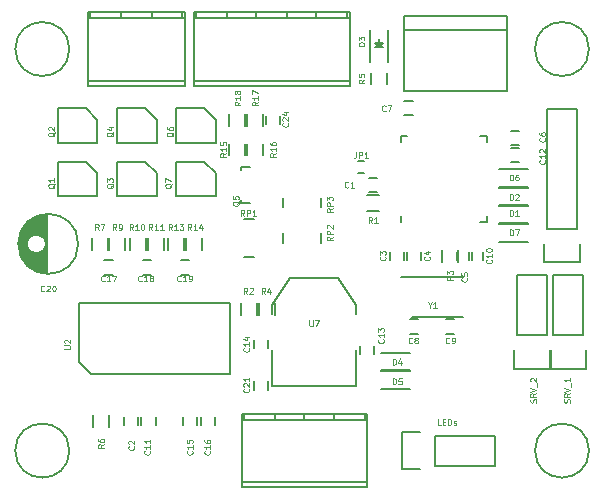
<source format=gbr>
G04 #@! TF.FileFunction,Legend,Top*
%FSLAX46Y46*%
G04 Gerber Fmt 4.6, Leading zero omitted, Abs format (unit mm)*
G04 Created by KiCad (PCBNEW 4.0.5) date Wed Jan 11 13:55:51 2017*
%MOMM*%
%LPD*%
G01*
G04 APERTURE LIST*
%ADD10C,0.100000*%
%ADD11C,0.150000*%
%ADD12C,0.125000*%
G04 APERTURE END LIST*
D10*
D11*
X142350900Y-50182540D02*
X133650900Y-50182540D01*
X142350900Y-56587540D02*
X133650900Y-56587540D01*
X133650900Y-56587540D02*
X133650900Y-50182540D01*
X133650900Y-51412540D02*
X142350900Y-51412540D01*
X142350900Y-50182540D02*
X142350900Y-56587540D01*
X133375000Y-60375000D02*
X133900000Y-60375000D01*
X140625000Y-67625000D02*
X140100000Y-67625000D01*
X140625000Y-60375000D02*
X140100000Y-60375000D01*
X133375000Y-67625000D02*
X133375000Y-67100000D01*
X140625000Y-67625000D02*
X140625000Y-67100000D01*
X140625000Y-60375000D02*
X140625000Y-60900000D01*
X133375000Y-60375000D02*
X133375000Y-60900000D01*
X118620160Y-50399040D02*
X118620160Y-49901200D01*
X115821080Y-49901200D02*
X129018920Y-49901200D01*
X129018920Y-50399040D02*
X115821080Y-50399040D01*
X129018920Y-55700020D02*
X115821080Y-55700020D01*
X115821080Y-56098800D02*
X129018920Y-56098800D01*
X121122060Y-50399040D02*
X121122060Y-49901200D01*
X123720480Y-50399040D02*
X123720480Y-49901200D01*
X128818260Y-49901200D02*
X128818260Y-50399040D01*
X116021740Y-50399040D02*
X116021740Y-49901200D01*
X126217300Y-49901200D02*
X126217300Y-50399040D01*
X115823620Y-49901200D02*
X115823620Y-56098800D01*
X129016380Y-56098800D02*
X129016380Y-49901200D01*
X120900000Y-70625000D02*
X120100000Y-70625000D01*
X120900000Y-67375000D02*
X120100000Y-67375000D01*
X148270000Y-68230000D02*
X148270000Y-58070000D01*
X148270000Y-58070000D02*
X145730000Y-58070000D01*
X145730000Y-58070000D02*
X145730000Y-68230000D01*
X148550000Y-71050000D02*
X148550000Y-69500000D01*
X148270000Y-68230000D02*
X145730000Y-68230000D01*
X145450000Y-69500000D02*
X145450000Y-71050000D01*
X145450000Y-71050000D02*
X148550000Y-71050000D01*
X123375000Y-66400000D02*
X123375000Y-65600000D01*
X126625000Y-66400000D02*
X126625000Y-65600000D01*
X107100000Y-80525000D02*
X106100000Y-79525000D01*
X106100000Y-79525000D02*
X106100000Y-74475000D01*
X106100000Y-74475000D02*
X118900000Y-74475000D01*
X118900000Y-80525000D02*
X118900000Y-74475000D01*
X118900000Y-80525000D02*
X107100000Y-80525000D01*
X111675000Y-62530000D02*
X112675000Y-63530000D01*
X112675000Y-63530000D02*
X112675000Y-65470000D01*
X112675000Y-65470000D02*
X109325000Y-65470000D01*
X109325000Y-62530000D02*
X109325000Y-65470000D01*
X109325000Y-62530000D02*
X111675000Y-62530000D01*
X105286000Y-53000000D02*
G75*
G03X105286000Y-53000000I-2286000J0D01*
G01*
X105286000Y-87000000D02*
G75*
G03X105286000Y-87000000I-2286000J0D01*
G01*
X149286000Y-87000000D02*
G75*
G03X149286000Y-87000000I-2286000J0D01*
G01*
X149286000Y-53000000D02*
G75*
G03X149286000Y-53000000I-2286000J0D01*
G01*
X131350000Y-65100000D02*
X130650000Y-65100000D01*
X130650000Y-63900000D02*
X131350000Y-63900000D01*
X111400000Y-84850000D02*
X111400000Y-84150000D01*
X112600000Y-84150000D02*
X112600000Y-84850000D01*
X133600000Y-70150000D02*
X133600000Y-70850000D01*
X132400000Y-70850000D02*
X132400000Y-70150000D01*
X135100000Y-70150000D02*
X135100000Y-70850000D01*
X133900000Y-70850000D02*
X133900000Y-70150000D01*
X139350000Y-70150000D02*
X139350000Y-70850000D01*
X138150000Y-70850000D02*
X138150000Y-70150000D01*
X142650000Y-59900000D02*
X143350000Y-59900000D01*
X143350000Y-61100000D02*
X142650000Y-61100000D01*
X133650000Y-57400000D02*
X134350000Y-57400000D01*
X134350000Y-58600000D02*
X133650000Y-58600000D01*
X134150000Y-75900000D02*
X134850000Y-75900000D01*
X134850000Y-77100000D02*
X134150000Y-77100000D01*
X137850000Y-77100000D02*
X137150000Y-77100000D01*
X137150000Y-75900000D02*
X137850000Y-75900000D01*
X140350000Y-70150000D02*
X140350000Y-70850000D01*
X139150000Y-70850000D02*
X139150000Y-70150000D01*
X111100000Y-84150000D02*
X111100000Y-84850000D01*
X109900000Y-84850000D02*
X109900000Y-84150000D01*
X142650000Y-61400000D02*
X143350000Y-61400000D01*
X143350000Y-62600000D02*
X142650000Y-62600000D01*
X129900000Y-78850000D02*
X129900000Y-78150000D01*
X131100000Y-78150000D02*
X131100000Y-78850000D01*
X122100000Y-77650000D02*
X122100000Y-78350000D01*
X120900000Y-78350000D02*
X120900000Y-77650000D01*
X116100000Y-84150000D02*
X116100000Y-84850000D01*
X114900000Y-84850000D02*
X114900000Y-84150000D01*
X117600000Y-84150000D02*
X117600000Y-84850000D01*
X116400000Y-84850000D02*
X116400000Y-84150000D01*
X108950000Y-72100000D02*
X108250000Y-72100000D01*
X108250000Y-70900000D02*
X108950000Y-70900000D01*
X112200000Y-72100000D02*
X111500000Y-72100000D01*
X111500000Y-70900000D02*
X112200000Y-70900000D01*
X115450000Y-72100000D02*
X114750000Y-72100000D01*
X114750000Y-70900000D02*
X115450000Y-70900000D01*
X120900000Y-81850000D02*
X120900000Y-81150000D01*
X122100000Y-81150000D02*
X122100000Y-81850000D01*
X123100000Y-58650000D02*
X123100000Y-59350000D01*
X121900000Y-59350000D02*
X121900000Y-58650000D01*
X141700000Y-67800000D02*
X144100000Y-67800000D01*
X141700000Y-66200000D02*
X144100000Y-66200000D01*
X141700000Y-66300000D02*
X144100000Y-66300000D01*
X141700000Y-64700000D02*
X144100000Y-64700000D01*
X132250000Y-54100000D02*
X132250000Y-51400000D01*
X130750000Y-54100000D02*
X130750000Y-51400000D01*
X131650000Y-52600000D02*
X131400000Y-52600000D01*
X131400000Y-52600000D02*
X131550000Y-52750000D01*
X131150000Y-52850000D02*
X131850000Y-52850000D01*
X131500000Y-52500000D02*
X131500000Y-52150000D01*
X131500000Y-52850000D02*
X131150000Y-52500000D01*
X131150000Y-52500000D02*
X131850000Y-52500000D01*
X131850000Y-52500000D02*
X131500000Y-52850000D01*
X131700000Y-80300000D02*
X134100000Y-80300000D01*
X131700000Y-78700000D02*
X134100000Y-78700000D01*
X131700000Y-81800000D02*
X134100000Y-81800000D01*
X131700000Y-80200000D02*
X134100000Y-80200000D01*
X141700000Y-64800000D02*
X144100000Y-64800000D01*
X141700000Y-63200000D02*
X144100000Y-63200000D01*
X130250000Y-62475000D02*
X129750000Y-62475000D01*
X129750000Y-63525000D02*
X130250000Y-63525000D01*
X136270000Y-88270000D02*
X141350000Y-88270000D01*
X141350000Y-88270000D02*
X141350000Y-85730000D01*
X141350000Y-85730000D02*
X136270000Y-85730000D01*
X133450000Y-85450000D02*
X135000000Y-85450000D01*
X136270000Y-85730000D02*
X136270000Y-88270000D01*
X135000000Y-88550000D02*
X133450000Y-88550000D01*
X133450000Y-88550000D02*
X133450000Y-85450000D01*
X145770000Y-77230000D02*
X145770000Y-72150000D01*
X145770000Y-72150000D02*
X143230000Y-72150000D01*
X143230000Y-72150000D02*
X143230000Y-77230000D01*
X142950000Y-80050000D02*
X142950000Y-78500000D01*
X143230000Y-77230000D02*
X145770000Y-77230000D01*
X146050000Y-78500000D02*
X146050000Y-80050000D01*
X146050000Y-80050000D02*
X142950000Y-80050000D01*
X148770000Y-77230000D02*
X148770000Y-72150000D01*
X148770000Y-72150000D02*
X146230000Y-72150000D01*
X146230000Y-72150000D02*
X146230000Y-77230000D01*
X145950000Y-80050000D02*
X145950000Y-78500000D01*
X146230000Y-77230000D02*
X148770000Y-77230000D01*
X149050000Y-78500000D02*
X149050000Y-80050000D01*
X149050000Y-80050000D02*
X145950000Y-80050000D01*
X106675000Y-62530000D02*
X107675000Y-63530000D01*
X107675000Y-63530000D02*
X107675000Y-65470000D01*
X107675000Y-65470000D02*
X104325000Y-65470000D01*
X104325000Y-62530000D02*
X104325000Y-65470000D01*
X104325000Y-62530000D02*
X106675000Y-62530000D01*
X106675000Y-58030000D02*
X107675000Y-59030000D01*
X107675000Y-59030000D02*
X107675000Y-60970000D01*
X107675000Y-60970000D02*
X104325000Y-60970000D01*
X104325000Y-58030000D02*
X104325000Y-60970000D01*
X104325000Y-58030000D02*
X106675000Y-58030000D01*
X111675000Y-58030000D02*
X112675000Y-59030000D01*
X112675000Y-59030000D02*
X112675000Y-60970000D01*
X112675000Y-60970000D02*
X109325000Y-60970000D01*
X109325000Y-58030000D02*
X109325000Y-60970000D01*
X109325000Y-58030000D02*
X111675000Y-58030000D01*
X116675000Y-62530000D02*
X117675000Y-63530000D01*
X117675000Y-63530000D02*
X117675000Y-65470000D01*
X117675000Y-65470000D02*
X114325000Y-65470000D01*
X114325000Y-62530000D02*
X114325000Y-65470000D01*
X114325000Y-62530000D02*
X116675000Y-62530000D01*
X116675000Y-58030000D02*
X117675000Y-59030000D01*
X117675000Y-59030000D02*
X117675000Y-60970000D01*
X117675000Y-60970000D02*
X114325000Y-60970000D01*
X114325000Y-58030000D02*
X114325000Y-60970000D01*
X114325000Y-58030000D02*
X116675000Y-58030000D01*
X119849760Y-63200840D02*
X119849760Y-63249100D01*
X120550800Y-65999820D02*
X119849760Y-65999820D01*
X119849760Y-65999820D02*
X119849760Y-65750900D01*
X119849760Y-63200840D02*
X119849760Y-63000180D01*
X119849760Y-63000180D02*
X120550800Y-63000180D01*
X130500000Y-65325000D02*
X131500000Y-65325000D01*
X131500000Y-66675000D02*
X130500000Y-66675000D01*
X121175000Y-74500000D02*
X121175000Y-75500000D01*
X119825000Y-75500000D02*
X119825000Y-74500000D01*
X136825000Y-71000000D02*
X136825000Y-70000000D01*
X138175000Y-70000000D02*
X138175000Y-71000000D01*
X122675000Y-74500000D02*
X122675000Y-75500000D01*
X121325000Y-75500000D02*
X121325000Y-74500000D01*
X130825000Y-56000000D02*
X130825000Y-55000000D01*
X132175000Y-55000000D02*
X132175000Y-56000000D01*
X107325000Y-85000000D02*
X107325000Y-84000000D01*
X108675000Y-84000000D02*
X108675000Y-85000000D01*
X107175000Y-70000000D02*
X107175000Y-69000000D01*
X108525000Y-69000000D02*
X108525000Y-70000000D01*
X108675000Y-70000000D02*
X108675000Y-69000000D01*
X110025000Y-69000000D02*
X110025000Y-70000000D01*
X110425000Y-70000000D02*
X110425000Y-69000000D01*
X111775000Y-69000000D02*
X111775000Y-70000000D01*
X111925000Y-70000000D02*
X111925000Y-69000000D01*
X113275000Y-69000000D02*
X113275000Y-70000000D01*
X113675000Y-70000000D02*
X113675000Y-69000000D01*
X115025000Y-69000000D02*
X115025000Y-70000000D01*
X115175000Y-70000000D02*
X115175000Y-69000000D01*
X116525000Y-69000000D02*
X116525000Y-70000000D01*
X121675000Y-61000000D02*
X121675000Y-62000000D01*
X120325000Y-62000000D02*
X120325000Y-61000000D01*
X118825000Y-62000000D02*
X118825000Y-61000000D01*
X120175000Y-61000000D02*
X120175000Y-62000000D01*
X120325000Y-59500000D02*
X120325000Y-58500000D01*
X121675000Y-58500000D02*
X121675000Y-59500000D01*
X118825000Y-59500000D02*
X118825000Y-58500000D01*
X120175000Y-58500000D02*
X120175000Y-59500000D01*
X123375000Y-69400000D02*
X123375000Y-68600000D01*
X126625000Y-69400000D02*
X126625000Y-68600000D01*
X122444000Y-78524000D02*
X122444000Y-81572000D01*
X122444000Y-81572000D02*
X129556000Y-81572000D01*
X129556000Y-81572000D02*
X129556000Y-78524000D01*
X122444000Y-75476000D02*
X122444000Y-74714000D01*
X122444000Y-74714000D02*
X123968000Y-72428000D01*
X123968000Y-72428000D02*
X128032000Y-72428000D01*
X128032000Y-72428000D02*
X129556000Y-74714000D01*
X129556000Y-74714000D02*
X129556000Y-75476000D01*
X138600000Y-75700000D02*
X134300000Y-75700000D01*
X133350000Y-72300000D02*
X138600000Y-72300000D01*
X106860440Y-56098800D02*
X115059560Y-56098800D01*
X106860440Y-55700020D02*
X115059560Y-55700020D01*
X106860440Y-50399040D02*
X115059560Y-50399040D01*
X115059560Y-49901200D02*
X106860440Y-49901200D01*
X109659520Y-50399040D02*
X109659520Y-49901200D01*
X114858900Y-49901200D02*
X114858900Y-50399040D01*
X107058560Y-50399040D02*
X107058560Y-49901200D01*
X112257940Y-49901200D02*
X112257940Y-50399040D01*
X106860440Y-49901200D02*
X106860440Y-56098800D01*
X115057020Y-56098800D02*
X115057020Y-49901200D01*
X119889020Y-90098800D02*
X130490980Y-90098800D01*
X130490980Y-89700020D02*
X119889020Y-89700020D01*
X130490980Y-84399040D02*
X119889020Y-84399040D01*
X119889020Y-83901200D02*
X130490980Y-83901200D01*
X122693180Y-84399040D02*
X122693180Y-83901200D01*
X125190000Y-84399040D02*
X125190000Y-83901200D01*
X130287780Y-83901200D02*
X130287780Y-84399040D01*
X120089680Y-84399040D02*
X120089680Y-83901200D01*
X127686820Y-83901200D02*
X127686820Y-84399040D01*
X119891560Y-83901200D02*
X119891560Y-90098800D01*
X130485900Y-90098800D02*
X130485900Y-83901200D01*
X103425000Y-71999000D02*
X103425000Y-67001000D01*
X103285000Y-71991000D02*
X103285000Y-69654000D01*
X103285000Y-69346000D02*
X103285000Y-67009000D01*
X103145000Y-71975000D02*
X103145000Y-69973000D01*
X103145000Y-69027000D02*
X103145000Y-67025000D01*
X103005000Y-71951000D02*
X103005000Y-70120000D01*
X103005000Y-68880000D02*
X103005000Y-67049000D01*
X102865000Y-71918000D02*
X102865000Y-70212000D01*
X102865000Y-68788000D02*
X102865000Y-67082000D01*
X102725000Y-71877000D02*
X102725000Y-70268000D01*
X102725000Y-68732000D02*
X102725000Y-67123000D01*
X102585000Y-71827000D02*
X102585000Y-70295000D01*
X102585000Y-68705000D02*
X102585000Y-67173000D01*
X102445000Y-71766000D02*
X102445000Y-70298000D01*
X102445000Y-68702000D02*
X102445000Y-67234000D01*
X102305000Y-71696000D02*
X102305000Y-70276000D01*
X102305000Y-68724000D02*
X102305000Y-67304000D01*
X102165000Y-71614000D02*
X102165000Y-70226000D01*
X102165000Y-68774000D02*
X102165000Y-67386000D01*
X102025000Y-71519000D02*
X102025000Y-70144000D01*
X102025000Y-68856000D02*
X102025000Y-67481000D01*
X101885000Y-71408000D02*
X101885000Y-70012000D01*
X101885000Y-68988000D02*
X101885000Y-67592000D01*
X101745000Y-71280000D02*
X101745000Y-69765000D01*
X101745000Y-69235000D02*
X101745000Y-67720000D01*
X101605000Y-71131000D02*
X101605000Y-67869000D01*
X101465000Y-70952000D02*
X101465000Y-68048000D01*
X101325000Y-70733000D02*
X101325000Y-68267000D01*
X101185000Y-70444000D02*
X101185000Y-68556000D01*
X101045000Y-69972000D02*
X101045000Y-69028000D01*
X103300000Y-69500000D02*
G75*
G03X103300000Y-69500000I-800000J0D01*
G01*
X106037500Y-69500000D02*
G75*
G03X106037500Y-69500000I-2537500J0D01*
G01*
X141700000Y-69300000D02*
X144100000Y-69300000D01*
X141700000Y-67700000D02*
X144100000Y-67700000D01*
D12*
X120116667Y-67126190D02*
X119950000Y-66888095D01*
X119830953Y-67126190D02*
X119830953Y-66626190D01*
X120021429Y-66626190D01*
X120069048Y-66650000D01*
X120092857Y-66673810D01*
X120116667Y-66721429D01*
X120116667Y-66792857D01*
X120092857Y-66840476D01*
X120069048Y-66864286D01*
X120021429Y-66888095D01*
X119830953Y-66888095D01*
X120330953Y-67126190D02*
X120330953Y-66626190D01*
X120521429Y-66626190D01*
X120569048Y-66650000D01*
X120592857Y-66673810D01*
X120616667Y-66721429D01*
X120616667Y-66792857D01*
X120592857Y-66840476D01*
X120569048Y-66864286D01*
X120521429Y-66888095D01*
X120330953Y-66888095D01*
X121092857Y-67126190D02*
X120807143Y-67126190D01*
X120950000Y-67126190D02*
X120950000Y-66626190D01*
X120902381Y-66697619D01*
X120854762Y-66745238D01*
X120807143Y-66769048D01*
X127576190Y-66483333D02*
X127338095Y-66650000D01*
X127576190Y-66769047D02*
X127076190Y-66769047D01*
X127076190Y-66578571D01*
X127100000Y-66530952D01*
X127123810Y-66507143D01*
X127171429Y-66483333D01*
X127242857Y-66483333D01*
X127290476Y-66507143D01*
X127314286Y-66530952D01*
X127338095Y-66578571D01*
X127338095Y-66769047D01*
X127576190Y-66269047D02*
X127076190Y-66269047D01*
X127076190Y-66078571D01*
X127100000Y-66030952D01*
X127123810Y-66007143D01*
X127171429Y-65983333D01*
X127242857Y-65983333D01*
X127290476Y-66007143D01*
X127314286Y-66030952D01*
X127338095Y-66078571D01*
X127338095Y-66269047D01*
X127076190Y-65816666D02*
X127076190Y-65507143D01*
X127266667Y-65673809D01*
X127266667Y-65602381D01*
X127290476Y-65554762D01*
X127314286Y-65530952D01*
X127361905Y-65507143D01*
X127480952Y-65507143D01*
X127528571Y-65530952D01*
X127552381Y-65554762D01*
X127576190Y-65602381D01*
X127576190Y-65745238D01*
X127552381Y-65792857D01*
X127528571Y-65816666D01*
X104876190Y-78380952D02*
X105280952Y-78380952D01*
X105328571Y-78357143D01*
X105352381Y-78333333D01*
X105376190Y-78285714D01*
X105376190Y-78190476D01*
X105352381Y-78142857D01*
X105328571Y-78119048D01*
X105280952Y-78095238D01*
X104876190Y-78095238D01*
X104923810Y-77880952D02*
X104900000Y-77857142D01*
X104876190Y-77809523D01*
X104876190Y-77690476D01*
X104900000Y-77642857D01*
X104923810Y-77619047D01*
X104971429Y-77595238D01*
X105019048Y-77595238D01*
X105090476Y-77619047D01*
X105376190Y-77904761D01*
X105376190Y-77595238D01*
X109023810Y-64397619D02*
X109000000Y-64445238D01*
X108952381Y-64492857D01*
X108880952Y-64564286D01*
X108857143Y-64611905D01*
X108857143Y-64659524D01*
X108976190Y-64635714D02*
X108952381Y-64683333D01*
X108904762Y-64730952D01*
X108809524Y-64754762D01*
X108642857Y-64754762D01*
X108547619Y-64730952D01*
X108500000Y-64683333D01*
X108476190Y-64635714D01*
X108476190Y-64540476D01*
X108500000Y-64492857D01*
X108547619Y-64445238D01*
X108642857Y-64421429D01*
X108809524Y-64421429D01*
X108904762Y-64445238D01*
X108952381Y-64492857D01*
X108976190Y-64540476D01*
X108976190Y-64635714D01*
X108476190Y-64254761D02*
X108476190Y-63945238D01*
X108666667Y-64111904D01*
X108666667Y-64040476D01*
X108690476Y-63992857D01*
X108714286Y-63969047D01*
X108761905Y-63945238D01*
X108880952Y-63945238D01*
X108928571Y-63969047D01*
X108952381Y-63992857D01*
X108976190Y-64040476D01*
X108976190Y-64183333D01*
X108952381Y-64230952D01*
X108928571Y-64254761D01*
X128916667Y-64678571D02*
X128892857Y-64702381D01*
X128821429Y-64726190D01*
X128773810Y-64726190D01*
X128702381Y-64702381D01*
X128654762Y-64654762D01*
X128630953Y-64607143D01*
X128607143Y-64511905D01*
X128607143Y-64440476D01*
X128630953Y-64345238D01*
X128654762Y-64297619D01*
X128702381Y-64250000D01*
X128773810Y-64226190D01*
X128821429Y-64226190D01*
X128892857Y-64250000D01*
X128916667Y-64273810D01*
X129392857Y-64726190D02*
X129107143Y-64726190D01*
X129250000Y-64726190D02*
X129250000Y-64226190D01*
X129202381Y-64297619D01*
X129154762Y-64345238D01*
X129107143Y-64369048D01*
X110728571Y-86633333D02*
X110752381Y-86657143D01*
X110776190Y-86728571D01*
X110776190Y-86776190D01*
X110752381Y-86847619D01*
X110704762Y-86895238D01*
X110657143Y-86919047D01*
X110561905Y-86942857D01*
X110490476Y-86942857D01*
X110395238Y-86919047D01*
X110347619Y-86895238D01*
X110300000Y-86847619D01*
X110276190Y-86776190D01*
X110276190Y-86728571D01*
X110300000Y-86657143D01*
X110323810Y-86633333D01*
X110323810Y-86442857D02*
X110300000Y-86419047D01*
X110276190Y-86371428D01*
X110276190Y-86252381D01*
X110300000Y-86204762D01*
X110323810Y-86180952D01*
X110371429Y-86157143D01*
X110419048Y-86157143D01*
X110490476Y-86180952D01*
X110776190Y-86466666D01*
X110776190Y-86157143D01*
X132028571Y-70583333D02*
X132052381Y-70607143D01*
X132076190Y-70678571D01*
X132076190Y-70726190D01*
X132052381Y-70797619D01*
X132004762Y-70845238D01*
X131957143Y-70869047D01*
X131861905Y-70892857D01*
X131790476Y-70892857D01*
X131695238Y-70869047D01*
X131647619Y-70845238D01*
X131600000Y-70797619D01*
X131576190Y-70726190D01*
X131576190Y-70678571D01*
X131600000Y-70607143D01*
X131623810Y-70583333D01*
X131576190Y-70416666D02*
X131576190Y-70107143D01*
X131766667Y-70273809D01*
X131766667Y-70202381D01*
X131790476Y-70154762D01*
X131814286Y-70130952D01*
X131861905Y-70107143D01*
X131980952Y-70107143D01*
X132028571Y-70130952D01*
X132052381Y-70154762D01*
X132076190Y-70202381D01*
X132076190Y-70345238D01*
X132052381Y-70392857D01*
X132028571Y-70416666D01*
X135778571Y-70583333D02*
X135802381Y-70607143D01*
X135826190Y-70678571D01*
X135826190Y-70726190D01*
X135802381Y-70797619D01*
X135754762Y-70845238D01*
X135707143Y-70869047D01*
X135611905Y-70892857D01*
X135540476Y-70892857D01*
X135445238Y-70869047D01*
X135397619Y-70845238D01*
X135350000Y-70797619D01*
X135326190Y-70726190D01*
X135326190Y-70678571D01*
X135350000Y-70607143D01*
X135373810Y-70583333D01*
X135492857Y-70154762D02*
X135826190Y-70154762D01*
X135302381Y-70273809D02*
X135659524Y-70392857D01*
X135659524Y-70083333D01*
X138928571Y-72383333D02*
X138952381Y-72407143D01*
X138976190Y-72478571D01*
X138976190Y-72526190D01*
X138952381Y-72597619D01*
X138904762Y-72645238D01*
X138857143Y-72669047D01*
X138761905Y-72692857D01*
X138690476Y-72692857D01*
X138595238Y-72669047D01*
X138547619Y-72645238D01*
X138500000Y-72597619D01*
X138476190Y-72526190D01*
X138476190Y-72478571D01*
X138500000Y-72407143D01*
X138523810Y-72383333D01*
X138476190Y-71930952D02*
X138476190Y-72169047D01*
X138714286Y-72192857D01*
X138690476Y-72169047D01*
X138666667Y-72121428D01*
X138666667Y-72002381D01*
X138690476Y-71954762D01*
X138714286Y-71930952D01*
X138761905Y-71907143D01*
X138880952Y-71907143D01*
X138928571Y-71930952D01*
X138952381Y-71954762D01*
X138976190Y-72002381D01*
X138976190Y-72121428D01*
X138952381Y-72169047D01*
X138928571Y-72192857D01*
X145528571Y-60533333D02*
X145552381Y-60557143D01*
X145576190Y-60628571D01*
X145576190Y-60676190D01*
X145552381Y-60747619D01*
X145504762Y-60795238D01*
X145457143Y-60819047D01*
X145361905Y-60842857D01*
X145290476Y-60842857D01*
X145195238Y-60819047D01*
X145147619Y-60795238D01*
X145100000Y-60747619D01*
X145076190Y-60676190D01*
X145076190Y-60628571D01*
X145100000Y-60557143D01*
X145123810Y-60533333D01*
X145076190Y-60104762D02*
X145076190Y-60200000D01*
X145100000Y-60247619D01*
X145123810Y-60271428D01*
X145195238Y-60319047D01*
X145290476Y-60342857D01*
X145480952Y-60342857D01*
X145528571Y-60319047D01*
X145552381Y-60295238D01*
X145576190Y-60247619D01*
X145576190Y-60152381D01*
X145552381Y-60104762D01*
X145528571Y-60080952D01*
X145480952Y-60057143D01*
X145361905Y-60057143D01*
X145314286Y-60080952D01*
X145290476Y-60104762D01*
X145266667Y-60152381D01*
X145266667Y-60247619D01*
X145290476Y-60295238D01*
X145314286Y-60319047D01*
X145361905Y-60342857D01*
X132066667Y-58228571D02*
X132042857Y-58252381D01*
X131971429Y-58276190D01*
X131923810Y-58276190D01*
X131852381Y-58252381D01*
X131804762Y-58204762D01*
X131780953Y-58157143D01*
X131757143Y-58061905D01*
X131757143Y-57990476D01*
X131780953Y-57895238D01*
X131804762Y-57847619D01*
X131852381Y-57800000D01*
X131923810Y-57776190D01*
X131971429Y-57776190D01*
X132042857Y-57800000D01*
X132066667Y-57823810D01*
X132233334Y-57776190D02*
X132566667Y-57776190D01*
X132352381Y-58276190D01*
X134316667Y-77878571D02*
X134292857Y-77902381D01*
X134221429Y-77926190D01*
X134173810Y-77926190D01*
X134102381Y-77902381D01*
X134054762Y-77854762D01*
X134030953Y-77807143D01*
X134007143Y-77711905D01*
X134007143Y-77640476D01*
X134030953Y-77545238D01*
X134054762Y-77497619D01*
X134102381Y-77450000D01*
X134173810Y-77426190D01*
X134221429Y-77426190D01*
X134292857Y-77450000D01*
X134316667Y-77473810D01*
X134602381Y-77640476D02*
X134554762Y-77616667D01*
X134530953Y-77592857D01*
X134507143Y-77545238D01*
X134507143Y-77521429D01*
X134530953Y-77473810D01*
X134554762Y-77450000D01*
X134602381Y-77426190D01*
X134697619Y-77426190D01*
X134745238Y-77450000D01*
X134769048Y-77473810D01*
X134792857Y-77521429D01*
X134792857Y-77545238D01*
X134769048Y-77592857D01*
X134745238Y-77616667D01*
X134697619Y-77640476D01*
X134602381Y-77640476D01*
X134554762Y-77664286D01*
X134530953Y-77688095D01*
X134507143Y-77735714D01*
X134507143Y-77830952D01*
X134530953Y-77878571D01*
X134554762Y-77902381D01*
X134602381Y-77926190D01*
X134697619Y-77926190D01*
X134745238Y-77902381D01*
X134769048Y-77878571D01*
X134792857Y-77830952D01*
X134792857Y-77735714D01*
X134769048Y-77688095D01*
X134745238Y-77664286D01*
X134697619Y-77640476D01*
X137466667Y-77878571D02*
X137442857Y-77902381D01*
X137371429Y-77926190D01*
X137323810Y-77926190D01*
X137252381Y-77902381D01*
X137204762Y-77854762D01*
X137180953Y-77807143D01*
X137157143Y-77711905D01*
X137157143Y-77640476D01*
X137180953Y-77545238D01*
X137204762Y-77497619D01*
X137252381Y-77450000D01*
X137323810Y-77426190D01*
X137371429Y-77426190D01*
X137442857Y-77450000D01*
X137466667Y-77473810D01*
X137704762Y-77926190D02*
X137800000Y-77926190D01*
X137847619Y-77902381D01*
X137871429Y-77878571D01*
X137919048Y-77807143D01*
X137942857Y-77711905D01*
X137942857Y-77521429D01*
X137919048Y-77473810D01*
X137895238Y-77450000D01*
X137847619Y-77426190D01*
X137752381Y-77426190D01*
X137704762Y-77450000D01*
X137680953Y-77473810D01*
X137657143Y-77521429D01*
X137657143Y-77640476D01*
X137680953Y-77688095D01*
X137704762Y-77711905D01*
X137752381Y-77735714D01*
X137847619Y-77735714D01*
X137895238Y-77711905D01*
X137919048Y-77688095D01*
X137942857Y-77640476D01*
X141028571Y-70821428D02*
X141052381Y-70845238D01*
X141076190Y-70916666D01*
X141076190Y-70964285D01*
X141052381Y-71035714D01*
X141004762Y-71083333D01*
X140957143Y-71107142D01*
X140861905Y-71130952D01*
X140790476Y-71130952D01*
X140695238Y-71107142D01*
X140647619Y-71083333D01*
X140600000Y-71035714D01*
X140576190Y-70964285D01*
X140576190Y-70916666D01*
X140600000Y-70845238D01*
X140623810Y-70821428D01*
X141076190Y-70345238D02*
X141076190Y-70630952D01*
X141076190Y-70488095D02*
X140576190Y-70488095D01*
X140647619Y-70535714D01*
X140695238Y-70583333D01*
X140719048Y-70630952D01*
X140576190Y-70035714D02*
X140576190Y-69988095D01*
X140600000Y-69940476D01*
X140623810Y-69916667D01*
X140671429Y-69892857D01*
X140766667Y-69869048D01*
X140885714Y-69869048D01*
X140980952Y-69892857D01*
X141028571Y-69916667D01*
X141052381Y-69940476D01*
X141076190Y-69988095D01*
X141076190Y-70035714D01*
X141052381Y-70083333D01*
X141028571Y-70107143D01*
X140980952Y-70130952D01*
X140885714Y-70154762D01*
X140766667Y-70154762D01*
X140671429Y-70130952D01*
X140623810Y-70107143D01*
X140600000Y-70083333D01*
X140576190Y-70035714D01*
X112078571Y-87021428D02*
X112102381Y-87045238D01*
X112126190Y-87116666D01*
X112126190Y-87164285D01*
X112102381Y-87235714D01*
X112054762Y-87283333D01*
X112007143Y-87307142D01*
X111911905Y-87330952D01*
X111840476Y-87330952D01*
X111745238Y-87307142D01*
X111697619Y-87283333D01*
X111650000Y-87235714D01*
X111626190Y-87164285D01*
X111626190Y-87116666D01*
X111650000Y-87045238D01*
X111673810Y-87021428D01*
X112126190Y-86545238D02*
X112126190Y-86830952D01*
X112126190Y-86688095D02*
X111626190Y-86688095D01*
X111697619Y-86735714D01*
X111745238Y-86783333D01*
X111769048Y-86830952D01*
X112126190Y-86069048D02*
X112126190Y-86354762D01*
X112126190Y-86211905D02*
X111626190Y-86211905D01*
X111697619Y-86259524D01*
X111745238Y-86307143D01*
X111769048Y-86354762D01*
X145528571Y-62421428D02*
X145552381Y-62445238D01*
X145576190Y-62516666D01*
X145576190Y-62564285D01*
X145552381Y-62635714D01*
X145504762Y-62683333D01*
X145457143Y-62707142D01*
X145361905Y-62730952D01*
X145290476Y-62730952D01*
X145195238Y-62707142D01*
X145147619Y-62683333D01*
X145100000Y-62635714D01*
X145076190Y-62564285D01*
X145076190Y-62516666D01*
X145100000Y-62445238D01*
X145123810Y-62421428D01*
X145576190Y-61945238D02*
X145576190Y-62230952D01*
X145576190Y-62088095D02*
X145076190Y-62088095D01*
X145147619Y-62135714D01*
X145195238Y-62183333D01*
X145219048Y-62230952D01*
X145123810Y-61754762D02*
X145100000Y-61730952D01*
X145076190Y-61683333D01*
X145076190Y-61564286D01*
X145100000Y-61516667D01*
X145123810Y-61492857D01*
X145171429Y-61469048D01*
X145219048Y-61469048D01*
X145290476Y-61492857D01*
X145576190Y-61778571D01*
X145576190Y-61469048D01*
X131878571Y-77571428D02*
X131902381Y-77595238D01*
X131926190Y-77666666D01*
X131926190Y-77714285D01*
X131902381Y-77785714D01*
X131854762Y-77833333D01*
X131807143Y-77857142D01*
X131711905Y-77880952D01*
X131640476Y-77880952D01*
X131545238Y-77857142D01*
X131497619Y-77833333D01*
X131450000Y-77785714D01*
X131426190Y-77714285D01*
X131426190Y-77666666D01*
X131450000Y-77595238D01*
X131473810Y-77571428D01*
X131926190Y-77095238D02*
X131926190Y-77380952D01*
X131926190Y-77238095D02*
X131426190Y-77238095D01*
X131497619Y-77285714D01*
X131545238Y-77333333D01*
X131569048Y-77380952D01*
X131426190Y-76928571D02*
X131426190Y-76619048D01*
X131616667Y-76785714D01*
X131616667Y-76714286D01*
X131640476Y-76666667D01*
X131664286Y-76642857D01*
X131711905Y-76619048D01*
X131830952Y-76619048D01*
X131878571Y-76642857D01*
X131902381Y-76666667D01*
X131926190Y-76714286D01*
X131926190Y-76857143D01*
X131902381Y-76904762D01*
X131878571Y-76928571D01*
X120478571Y-78321428D02*
X120502381Y-78345238D01*
X120526190Y-78416666D01*
X120526190Y-78464285D01*
X120502381Y-78535714D01*
X120454762Y-78583333D01*
X120407143Y-78607142D01*
X120311905Y-78630952D01*
X120240476Y-78630952D01*
X120145238Y-78607142D01*
X120097619Y-78583333D01*
X120050000Y-78535714D01*
X120026190Y-78464285D01*
X120026190Y-78416666D01*
X120050000Y-78345238D01*
X120073810Y-78321428D01*
X120526190Y-77845238D02*
X120526190Y-78130952D01*
X120526190Y-77988095D02*
X120026190Y-77988095D01*
X120097619Y-78035714D01*
X120145238Y-78083333D01*
X120169048Y-78130952D01*
X120192857Y-77416667D02*
X120526190Y-77416667D01*
X120002381Y-77535714D02*
X120359524Y-77654762D01*
X120359524Y-77345238D01*
X115678571Y-87021428D02*
X115702381Y-87045238D01*
X115726190Y-87116666D01*
X115726190Y-87164285D01*
X115702381Y-87235714D01*
X115654762Y-87283333D01*
X115607143Y-87307142D01*
X115511905Y-87330952D01*
X115440476Y-87330952D01*
X115345238Y-87307142D01*
X115297619Y-87283333D01*
X115250000Y-87235714D01*
X115226190Y-87164285D01*
X115226190Y-87116666D01*
X115250000Y-87045238D01*
X115273810Y-87021428D01*
X115726190Y-86545238D02*
X115726190Y-86830952D01*
X115726190Y-86688095D02*
X115226190Y-86688095D01*
X115297619Y-86735714D01*
X115345238Y-86783333D01*
X115369048Y-86830952D01*
X115226190Y-86092857D02*
X115226190Y-86330952D01*
X115464286Y-86354762D01*
X115440476Y-86330952D01*
X115416667Y-86283333D01*
X115416667Y-86164286D01*
X115440476Y-86116667D01*
X115464286Y-86092857D01*
X115511905Y-86069048D01*
X115630952Y-86069048D01*
X115678571Y-86092857D01*
X115702381Y-86116667D01*
X115726190Y-86164286D01*
X115726190Y-86283333D01*
X115702381Y-86330952D01*
X115678571Y-86354762D01*
X117178571Y-87021428D02*
X117202381Y-87045238D01*
X117226190Y-87116666D01*
X117226190Y-87164285D01*
X117202381Y-87235714D01*
X117154762Y-87283333D01*
X117107143Y-87307142D01*
X117011905Y-87330952D01*
X116940476Y-87330952D01*
X116845238Y-87307142D01*
X116797619Y-87283333D01*
X116750000Y-87235714D01*
X116726190Y-87164285D01*
X116726190Y-87116666D01*
X116750000Y-87045238D01*
X116773810Y-87021428D01*
X117226190Y-86545238D02*
X117226190Y-86830952D01*
X117226190Y-86688095D02*
X116726190Y-86688095D01*
X116797619Y-86735714D01*
X116845238Y-86783333D01*
X116869048Y-86830952D01*
X116726190Y-86116667D02*
X116726190Y-86211905D01*
X116750000Y-86259524D01*
X116773810Y-86283333D01*
X116845238Y-86330952D01*
X116940476Y-86354762D01*
X117130952Y-86354762D01*
X117178571Y-86330952D01*
X117202381Y-86307143D01*
X117226190Y-86259524D01*
X117226190Y-86164286D01*
X117202381Y-86116667D01*
X117178571Y-86092857D01*
X117130952Y-86069048D01*
X117011905Y-86069048D01*
X116964286Y-86092857D01*
X116940476Y-86116667D01*
X116916667Y-86164286D01*
X116916667Y-86259524D01*
X116940476Y-86307143D01*
X116964286Y-86330952D01*
X117011905Y-86354762D01*
X108278572Y-72628571D02*
X108254762Y-72652381D01*
X108183334Y-72676190D01*
X108135715Y-72676190D01*
X108064286Y-72652381D01*
X108016667Y-72604762D01*
X107992858Y-72557143D01*
X107969048Y-72461905D01*
X107969048Y-72390476D01*
X107992858Y-72295238D01*
X108016667Y-72247619D01*
X108064286Y-72200000D01*
X108135715Y-72176190D01*
X108183334Y-72176190D01*
X108254762Y-72200000D01*
X108278572Y-72223810D01*
X108754762Y-72676190D02*
X108469048Y-72676190D01*
X108611905Y-72676190D02*
X108611905Y-72176190D01*
X108564286Y-72247619D01*
X108516667Y-72295238D01*
X108469048Y-72319048D01*
X108921429Y-72176190D02*
X109254762Y-72176190D01*
X109040476Y-72676190D01*
X111428572Y-72628571D02*
X111404762Y-72652381D01*
X111333334Y-72676190D01*
X111285715Y-72676190D01*
X111214286Y-72652381D01*
X111166667Y-72604762D01*
X111142858Y-72557143D01*
X111119048Y-72461905D01*
X111119048Y-72390476D01*
X111142858Y-72295238D01*
X111166667Y-72247619D01*
X111214286Y-72200000D01*
X111285715Y-72176190D01*
X111333334Y-72176190D01*
X111404762Y-72200000D01*
X111428572Y-72223810D01*
X111904762Y-72676190D02*
X111619048Y-72676190D01*
X111761905Y-72676190D02*
X111761905Y-72176190D01*
X111714286Y-72247619D01*
X111666667Y-72295238D01*
X111619048Y-72319048D01*
X112190476Y-72390476D02*
X112142857Y-72366667D01*
X112119048Y-72342857D01*
X112095238Y-72295238D01*
X112095238Y-72271429D01*
X112119048Y-72223810D01*
X112142857Y-72200000D01*
X112190476Y-72176190D01*
X112285714Y-72176190D01*
X112333333Y-72200000D01*
X112357143Y-72223810D01*
X112380952Y-72271429D01*
X112380952Y-72295238D01*
X112357143Y-72342857D01*
X112333333Y-72366667D01*
X112285714Y-72390476D01*
X112190476Y-72390476D01*
X112142857Y-72414286D01*
X112119048Y-72438095D01*
X112095238Y-72485714D01*
X112095238Y-72580952D01*
X112119048Y-72628571D01*
X112142857Y-72652381D01*
X112190476Y-72676190D01*
X112285714Y-72676190D01*
X112333333Y-72652381D01*
X112357143Y-72628571D01*
X112380952Y-72580952D01*
X112380952Y-72485714D01*
X112357143Y-72438095D01*
X112333333Y-72414286D01*
X112285714Y-72390476D01*
X114728572Y-72628571D02*
X114704762Y-72652381D01*
X114633334Y-72676190D01*
X114585715Y-72676190D01*
X114514286Y-72652381D01*
X114466667Y-72604762D01*
X114442858Y-72557143D01*
X114419048Y-72461905D01*
X114419048Y-72390476D01*
X114442858Y-72295238D01*
X114466667Y-72247619D01*
X114514286Y-72200000D01*
X114585715Y-72176190D01*
X114633334Y-72176190D01*
X114704762Y-72200000D01*
X114728572Y-72223810D01*
X115204762Y-72676190D02*
X114919048Y-72676190D01*
X115061905Y-72676190D02*
X115061905Y-72176190D01*
X115014286Y-72247619D01*
X114966667Y-72295238D01*
X114919048Y-72319048D01*
X115442857Y-72676190D02*
X115538095Y-72676190D01*
X115585714Y-72652381D01*
X115609524Y-72628571D01*
X115657143Y-72557143D01*
X115680952Y-72461905D01*
X115680952Y-72271429D01*
X115657143Y-72223810D01*
X115633333Y-72200000D01*
X115585714Y-72176190D01*
X115490476Y-72176190D01*
X115442857Y-72200000D01*
X115419048Y-72223810D01*
X115395238Y-72271429D01*
X115395238Y-72390476D01*
X115419048Y-72438095D01*
X115442857Y-72461905D01*
X115490476Y-72485714D01*
X115585714Y-72485714D01*
X115633333Y-72461905D01*
X115657143Y-72438095D01*
X115680952Y-72390476D01*
X120478571Y-81771428D02*
X120502381Y-81795238D01*
X120526190Y-81866666D01*
X120526190Y-81914285D01*
X120502381Y-81985714D01*
X120454762Y-82033333D01*
X120407143Y-82057142D01*
X120311905Y-82080952D01*
X120240476Y-82080952D01*
X120145238Y-82057142D01*
X120097619Y-82033333D01*
X120050000Y-81985714D01*
X120026190Y-81914285D01*
X120026190Y-81866666D01*
X120050000Y-81795238D01*
X120073810Y-81771428D01*
X120073810Y-81580952D02*
X120050000Y-81557142D01*
X120026190Y-81509523D01*
X120026190Y-81390476D01*
X120050000Y-81342857D01*
X120073810Y-81319047D01*
X120121429Y-81295238D01*
X120169048Y-81295238D01*
X120240476Y-81319047D01*
X120526190Y-81604761D01*
X120526190Y-81295238D01*
X120526190Y-80819048D02*
X120526190Y-81104762D01*
X120526190Y-80961905D02*
X120026190Y-80961905D01*
X120097619Y-81009524D01*
X120145238Y-81057143D01*
X120169048Y-81104762D01*
X123778571Y-59271428D02*
X123802381Y-59295238D01*
X123826190Y-59366666D01*
X123826190Y-59414285D01*
X123802381Y-59485714D01*
X123754762Y-59533333D01*
X123707143Y-59557142D01*
X123611905Y-59580952D01*
X123540476Y-59580952D01*
X123445238Y-59557142D01*
X123397619Y-59533333D01*
X123350000Y-59485714D01*
X123326190Y-59414285D01*
X123326190Y-59366666D01*
X123350000Y-59295238D01*
X123373810Y-59271428D01*
X123373810Y-59080952D02*
X123350000Y-59057142D01*
X123326190Y-59009523D01*
X123326190Y-58890476D01*
X123350000Y-58842857D01*
X123373810Y-58819047D01*
X123421429Y-58795238D01*
X123469048Y-58795238D01*
X123540476Y-58819047D01*
X123826190Y-59104761D01*
X123826190Y-58795238D01*
X123492857Y-58366667D02*
X123826190Y-58366667D01*
X123302381Y-58485714D02*
X123659524Y-58604762D01*
X123659524Y-58295238D01*
X142580953Y-67126190D02*
X142580953Y-66626190D01*
X142700000Y-66626190D01*
X142771429Y-66650000D01*
X142819048Y-66697619D01*
X142842857Y-66745238D01*
X142866667Y-66840476D01*
X142866667Y-66911905D01*
X142842857Y-67007143D01*
X142819048Y-67054762D01*
X142771429Y-67102381D01*
X142700000Y-67126190D01*
X142580953Y-67126190D01*
X143342857Y-67126190D02*
X143057143Y-67126190D01*
X143200000Y-67126190D02*
X143200000Y-66626190D01*
X143152381Y-66697619D01*
X143104762Y-66745238D01*
X143057143Y-66769048D01*
X142580953Y-65776190D02*
X142580953Y-65276190D01*
X142700000Y-65276190D01*
X142771429Y-65300000D01*
X142819048Y-65347619D01*
X142842857Y-65395238D01*
X142866667Y-65490476D01*
X142866667Y-65561905D01*
X142842857Y-65657143D01*
X142819048Y-65704762D01*
X142771429Y-65752381D01*
X142700000Y-65776190D01*
X142580953Y-65776190D01*
X143057143Y-65323810D02*
X143080953Y-65300000D01*
X143128572Y-65276190D01*
X143247619Y-65276190D01*
X143295238Y-65300000D01*
X143319048Y-65323810D01*
X143342857Y-65371429D01*
X143342857Y-65419048D01*
X143319048Y-65490476D01*
X143033334Y-65776190D01*
X143342857Y-65776190D01*
X130276190Y-52719047D02*
X129776190Y-52719047D01*
X129776190Y-52600000D01*
X129800000Y-52528571D01*
X129847619Y-52480952D01*
X129895238Y-52457143D01*
X129990476Y-52433333D01*
X130061905Y-52433333D01*
X130157143Y-52457143D01*
X130204762Y-52480952D01*
X130252381Y-52528571D01*
X130276190Y-52600000D01*
X130276190Y-52719047D01*
X129776190Y-52266666D02*
X129776190Y-51957143D01*
X129966667Y-52123809D01*
X129966667Y-52052381D01*
X129990476Y-52004762D01*
X130014286Y-51980952D01*
X130061905Y-51957143D01*
X130180952Y-51957143D01*
X130228571Y-51980952D01*
X130252381Y-52004762D01*
X130276190Y-52052381D01*
X130276190Y-52195238D01*
X130252381Y-52242857D01*
X130228571Y-52266666D01*
X132680953Y-79726190D02*
X132680953Y-79226190D01*
X132800000Y-79226190D01*
X132871429Y-79250000D01*
X132919048Y-79297619D01*
X132942857Y-79345238D01*
X132966667Y-79440476D01*
X132966667Y-79511905D01*
X132942857Y-79607143D01*
X132919048Y-79654762D01*
X132871429Y-79702381D01*
X132800000Y-79726190D01*
X132680953Y-79726190D01*
X133395238Y-79392857D02*
X133395238Y-79726190D01*
X133276191Y-79202381D02*
X133157143Y-79559524D01*
X133466667Y-79559524D01*
X132680953Y-81376190D02*
X132680953Y-80876190D01*
X132800000Y-80876190D01*
X132871429Y-80900000D01*
X132919048Y-80947619D01*
X132942857Y-80995238D01*
X132966667Y-81090476D01*
X132966667Y-81161905D01*
X132942857Y-81257143D01*
X132919048Y-81304762D01*
X132871429Y-81352381D01*
X132800000Y-81376190D01*
X132680953Y-81376190D01*
X133419048Y-80876190D02*
X133180953Y-80876190D01*
X133157143Y-81114286D01*
X133180953Y-81090476D01*
X133228572Y-81066667D01*
X133347619Y-81066667D01*
X133395238Y-81090476D01*
X133419048Y-81114286D01*
X133442857Y-81161905D01*
X133442857Y-81280952D01*
X133419048Y-81328571D01*
X133395238Y-81352381D01*
X133347619Y-81376190D01*
X133228572Y-81376190D01*
X133180953Y-81352381D01*
X133157143Y-81328571D01*
X142580953Y-64126190D02*
X142580953Y-63626190D01*
X142700000Y-63626190D01*
X142771429Y-63650000D01*
X142819048Y-63697619D01*
X142842857Y-63745238D01*
X142866667Y-63840476D01*
X142866667Y-63911905D01*
X142842857Y-64007143D01*
X142819048Y-64054762D01*
X142771429Y-64102381D01*
X142700000Y-64126190D01*
X142580953Y-64126190D01*
X143295238Y-63626190D02*
X143200000Y-63626190D01*
X143152381Y-63650000D01*
X143128572Y-63673810D01*
X143080953Y-63745238D01*
X143057143Y-63840476D01*
X143057143Y-64030952D01*
X143080953Y-64078571D01*
X143104762Y-64102381D01*
X143152381Y-64126190D01*
X143247619Y-64126190D01*
X143295238Y-64102381D01*
X143319048Y-64078571D01*
X143342857Y-64030952D01*
X143342857Y-63911905D01*
X143319048Y-63864286D01*
X143295238Y-63840476D01*
X143247619Y-63816667D01*
X143152381Y-63816667D01*
X143104762Y-63840476D01*
X143080953Y-63864286D01*
X143057143Y-63911905D01*
X129583334Y-61726190D02*
X129583334Y-62083333D01*
X129559524Y-62154762D01*
X129511905Y-62202381D01*
X129440477Y-62226190D01*
X129392858Y-62226190D01*
X129821429Y-62226190D02*
X129821429Y-61726190D01*
X130011905Y-61726190D01*
X130059524Y-61750000D01*
X130083333Y-61773810D01*
X130107143Y-61821429D01*
X130107143Y-61892857D01*
X130083333Y-61940476D01*
X130059524Y-61964286D01*
X130011905Y-61988095D01*
X129821429Y-61988095D01*
X130583333Y-62226190D02*
X130297619Y-62226190D01*
X130440476Y-62226190D02*
X130440476Y-61726190D01*
X130392857Y-61797619D01*
X130345238Y-61845238D01*
X130297619Y-61869048D01*
X136726191Y-84826190D02*
X136488096Y-84826190D01*
X136488096Y-84326190D01*
X136892858Y-84564286D02*
X137059524Y-84564286D01*
X137130953Y-84826190D02*
X136892858Y-84826190D01*
X136892858Y-84326190D01*
X137130953Y-84326190D01*
X137345239Y-84826190D02*
X137345239Y-84326190D01*
X137464286Y-84326190D01*
X137535715Y-84350000D01*
X137583334Y-84397619D01*
X137607143Y-84445238D01*
X137630953Y-84540476D01*
X137630953Y-84611905D01*
X137607143Y-84707143D01*
X137583334Y-84754762D01*
X137535715Y-84802381D01*
X137464286Y-84826190D01*
X137345239Y-84826190D01*
X137821429Y-84802381D02*
X137869048Y-84826190D01*
X137964286Y-84826190D01*
X138011905Y-84802381D01*
X138035715Y-84754762D01*
X138035715Y-84730952D01*
X138011905Y-84683333D01*
X137964286Y-84659524D01*
X137892858Y-84659524D01*
X137845239Y-84635714D01*
X137821429Y-84588095D01*
X137821429Y-84564286D01*
X137845239Y-84516667D01*
X137892858Y-84492857D01*
X137964286Y-84492857D01*
X138011905Y-84516667D01*
X144802381Y-82935713D02*
X144826190Y-82864284D01*
X144826190Y-82745237D01*
X144802381Y-82697618D01*
X144778571Y-82673808D01*
X144730952Y-82649999D01*
X144683333Y-82649999D01*
X144635714Y-82673808D01*
X144611905Y-82697618D01*
X144588095Y-82745237D01*
X144564286Y-82840475D01*
X144540476Y-82888094D01*
X144516667Y-82911903D01*
X144469048Y-82935713D01*
X144421429Y-82935713D01*
X144373810Y-82911903D01*
X144350000Y-82888094D01*
X144326190Y-82840475D01*
X144326190Y-82721427D01*
X144350000Y-82649999D01*
X144826190Y-82149999D02*
X144588095Y-82316666D01*
X144826190Y-82435713D02*
X144326190Y-82435713D01*
X144326190Y-82245237D01*
X144350000Y-82197618D01*
X144373810Y-82173809D01*
X144421429Y-82149999D01*
X144492857Y-82149999D01*
X144540476Y-82173809D01*
X144564286Y-82197618D01*
X144588095Y-82245237D01*
X144588095Y-82435713D01*
X144326190Y-82007142D02*
X144826190Y-81840475D01*
X144326190Y-81673809D01*
X144873810Y-81626190D02*
X144873810Y-81245238D01*
X144373810Y-81150000D02*
X144350000Y-81126190D01*
X144326190Y-81078571D01*
X144326190Y-80959524D01*
X144350000Y-80911905D01*
X144373810Y-80888095D01*
X144421429Y-80864286D01*
X144469048Y-80864286D01*
X144540476Y-80888095D01*
X144826190Y-81173809D01*
X144826190Y-80864286D01*
X147652381Y-82935713D02*
X147676190Y-82864284D01*
X147676190Y-82745237D01*
X147652381Y-82697618D01*
X147628571Y-82673808D01*
X147580952Y-82649999D01*
X147533333Y-82649999D01*
X147485714Y-82673808D01*
X147461905Y-82697618D01*
X147438095Y-82745237D01*
X147414286Y-82840475D01*
X147390476Y-82888094D01*
X147366667Y-82911903D01*
X147319048Y-82935713D01*
X147271429Y-82935713D01*
X147223810Y-82911903D01*
X147200000Y-82888094D01*
X147176190Y-82840475D01*
X147176190Y-82721427D01*
X147200000Y-82649999D01*
X147676190Y-82149999D02*
X147438095Y-82316666D01*
X147676190Y-82435713D02*
X147176190Y-82435713D01*
X147176190Y-82245237D01*
X147200000Y-82197618D01*
X147223810Y-82173809D01*
X147271429Y-82149999D01*
X147342857Y-82149999D01*
X147390476Y-82173809D01*
X147414286Y-82197618D01*
X147438095Y-82245237D01*
X147438095Y-82435713D01*
X147176190Y-82007142D02*
X147676190Y-81840475D01*
X147176190Y-81673809D01*
X147723810Y-81626190D02*
X147723810Y-81245238D01*
X147676190Y-80864286D02*
X147676190Y-81150000D01*
X147676190Y-81007143D02*
X147176190Y-81007143D01*
X147247619Y-81054762D01*
X147295238Y-81102381D01*
X147319048Y-81150000D01*
X104073810Y-64397619D02*
X104050000Y-64445238D01*
X104002381Y-64492857D01*
X103930952Y-64564286D01*
X103907143Y-64611905D01*
X103907143Y-64659524D01*
X104026190Y-64635714D02*
X104002381Y-64683333D01*
X103954762Y-64730952D01*
X103859524Y-64754762D01*
X103692857Y-64754762D01*
X103597619Y-64730952D01*
X103550000Y-64683333D01*
X103526190Y-64635714D01*
X103526190Y-64540476D01*
X103550000Y-64492857D01*
X103597619Y-64445238D01*
X103692857Y-64421429D01*
X103859524Y-64421429D01*
X103954762Y-64445238D01*
X104002381Y-64492857D01*
X104026190Y-64540476D01*
X104026190Y-64635714D01*
X104026190Y-63945238D02*
X104026190Y-64230952D01*
X104026190Y-64088095D02*
X103526190Y-64088095D01*
X103597619Y-64135714D01*
X103645238Y-64183333D01*
X103669048Y-64230952D01*
X104073810Y-60047619D02*
X104050000Y-60095238D01*
X104002381Y-60142857D01*
X103930952Y-60214286D01*
X103907143Y-60261905D01*
X103907143Y-60309524D01*
X104026190Y-60285714D02*
X104002381Y-60333333D01*
X103954762Y-60380952D01*
X103859524Y-60404762D01*
X103692857Y-60404762D01*
X103597619Y-60380952D01*
X103550000Y-60333333D01*
X103526190Y-60285714D01*
X103526190Y-60190476D01*
X103550000Y-60142857D01*
X103597619Y-60095238D01*
X103692857Y-60071429D01*
X103859524Y-60071429D01*
X103954762Y-60095238D01*
X104002381Y-60142857D01*
X104026190Y-60190476D01*
X104026190Y-60285714D01*
X103573810Y-59880952D02*
X103550000Y-59857142D01*
X103526190Y-59809523D01*
X103526190Y-59690476D01*
X103550000Y-59642857D01*
X103573810Y-59619047D01*
X103621429Y-59595238D01*
X103669048Y-59595238D01*
X103740476Y-59619047D01*
X104026190Y-59904761D01*
X104026190Y-59595238D01*
X109023810Y-60047619D02*
X109000000Y-60095238D01*
X108952381Y-60142857D01*
X108880952Y-60214286D01*
X108857143Y-60261905D01*
X108857143Y-60309524D01*
X108976190Y-60285714D02*
X108952381Y-60333333D01*
X108904762Y-60380952D01*
X108809524Y-60404762D01*
X108642857Y-60404762D01*
X108547619Y-60380952D01*
X108500000Y-60333333D01*
X108476190Y-60285714D01*
X108476190Y-60190476D01*
X108500000Y-60142857D01*
X108547619Y-60095238D01*
X108642857Y-60071429D01*
X108809524Y-60071429D01*
X108904762Y-60095238D01*
X108952381Y-60142857D01*
X108976190Y-60190476D01*
X108976190Y-60285714D01*
X108642857Y-59642857D02*
X108976190Y-59642857D01*
X108452381Y-59761904D02*
X108809524Y-59880952D01*
X108809524Y-59571428D01*
X119673810Y-65897619D02*
X119650000Y-65945238D01*
X119602381Y-65992857D01*
X119530952Y-66064286D01*
X119507143Y-66111905D01*
X119507143Y-66159524D01*
X119626190Y-66135714D02*
X119602381Y-66183333D01*
X119554762Y-66230952D01*
X119459524Y-66254762D01*
X119292857Y-66254762D01*
X119197619Y-66230952D01*
X119150000Y-66183333D01*
X119126190Y-66135714D01*
X119126190Y-66040476D01*
X119150000Y-65992857D01*
X119197619Y-65945238D01*
X119292857Y-65921429D01*
X119459524Y-65921429D01*
X119554762Y-65945238D01*
X119602381Y-65992857D01*
X119626190Y-66040476D01*
X119626190Y-66135714D01*
X119126190Y-65469047D02*
X119126190Y-65707142D01*
X119364286Y-65730952D01*
X119340476Y-65707142D01*
X119316667Y-65659523D01*
X119316667Y-65540476D01*
X119340476Y-65492857D01*
X119364286Y-65469047D01*
X119411905Y-65445238D01*
X119530952Y-65445238D01*
X119578571Y-65469047D01*
X119602381Y-65492857D01*
X119626190Y-65540476D01*
X119626190Y-65659523D01*
X119602381Y-65707142D01*
X119578571Y-65730952D01*
X114123810Y-60047619D02*
X114100000Y-60095238D01*
X114052381Y-60142857D01*
X113980952Y-60214286D01*
X113957143Y-60261905D01*
X113957143Y-60309524D01*
X114076190Y-60285714D02*
X114052381Y-60333333D01*
X114004762Y-60380952D01*
X113909524Y-60404762D01*
X113742857Y-60404762D01*
X113647619Y-60380952D01*
X113600000Y-60333333D01*
X113576190Y-60285714D01*
X113576190Y-60190476D01*
X113600000Y-60142857D01*
X113647619Y-60095238D01*
X113742857Y-60071429D01*
X113909524Y-60071429D01*
X114004762Y-60095238D01*
X114052381Y-60142857D01*
X114076190Y-60190476D01*
X114076190Y-60285714D01*
X113576190Y-59642857D02*
X113576190Y-59738095D01*
X113600000Y-59785714D01*
X113623810Y-59809523D01*
X113695238Y-59857142D01*
X113790476Y-59880952D01*
X113980952Y-59880952D01*
X114028571Y-59857142D01*
X114052381Y-59833333D01*
X114076190Y-59785714D01*
X114076190Y-59690476D01*
X114052381Y-59642857D01*
X114028571Y-59619047D01*
X113980952Y-59595238D01*
X113861905Y-59595238D01*
X113814286Y-59619047D01*
X113790476Y-59642857D01*
X113766667Y-59690476D01*
X113766667Y-59785714D01*
X113790476Y-59833333D01*
X113814286Y-59857142D01*
X113861905Y-59880952D01*
X113973810Y-64397619D02*
X113950000Y-64445238D01*
X113902381Y-64492857D01*
X113830952Y-64564286D01*
X113807143Y-64611905D01*
X113807143Y-64659524D01*
X113926190Y-64635714D02*
X113902381Y-64683333D01*
X113854762Y-64730952D01*
X113759524Y-64754762D01*
X113592857Y-64754762D01*
X113497619Y-64730952D01*
X113450000Y-64683333D01*
X113426190Y-64635714D01*
X113426190Y-64540476D01*
X113450000Y-64492857D01*
X113497619Y-64445238D01*
X113592857Y-64421429D01*
X113759524Y-64421429D01*
X113854762Y-64445238D01*
X113902381Y-64492857D01*
X113926190Y-64540476D01*
X113926190Y-64635714D01*
X113426190Y-64254761D02*
X113426190Y-63921428D01*
X113926190Y-64135714D01*
X130916667Y-67726190D02*
X130750000Y-67488095D01*
X130630953Y-67726190D02*
X130630953Y-67226190D01*
X130821429Y-67226190D01*
X130869048Y-67250000D01*
X130892857Y-67273810D01*
X130916667Y-67321429D01*
X130916667Y-67392857D01*
X130892857Y-67440476D01*
X130869048Y-67464286D01*
X130821429Y-67488095D01*
X130630953Y-67488095D01*
X131392857Y-67726190D02*
X131107143Y-67726190D01*
X131250000Y-67726190D02*
X131250000Y-67226190D01*
X131202381Y-67297619D01*
X131154762Y-67345238D01*
X131107143Y-67369048D01*
X120366667Y-73726190D02*
X120200000Y-73488095D01*
X120080953Y-73726190D02*
X120080953Y-73226190D01*
X120271429Y-73226190D01*
X120319048Y-73250000D01*
X120342857Y-73273810D01*
X120366667Y-73321429D01*
X120366667Y-73392857D01*
X120342857Y-73440476D01*
X120319048Y-73464286D01*
X120271429Y-73488095D01*
X120080953Y-73488095D01*
X120557143Y-73273810D02*
X120580953Y-73250000D01*
X120628572Y-73226190D01*
X120747619Y-73226190D01*
X120795238Y-73250000D01*
X120819048Y-73273810D01*
X120842857Y-73321429D01*
X120842857Y-73369048D01*
X120819048Y-73440476D01*
X120533334Y-73726190D01*
X120842857Y-73726190D01*
X137776190Y-72233333D02*
X137538095Y-72400000D01*
X137776190Y-72519047D02*
X137276190Y-72519047D01*
X137276190Y-72328571D01*
X137300000Y-72280952D01*
X137323810Y-72257143D01*
X137371429Y-72233333D01*
X137442857Y-72233333D01*
X137490476Y-72257143D01*
X137514286Y-72280952D01*
X137538095Y-72328571D01*
X137538095Y-72519047D01*
X137276190Y-72066666D02*
X137276190Y-71757143D01*
X137466667Y-71923809D01*
X137466667Y-71852381D01*
X137490476Y-71804762D01*
X137514286Y-71780952D01*
X137561905Y-71757143D01*
X137680952Y-71757143D01*
X137728571Y-71780952D01*
X137752381Y-71804762D01*
X137776190Y-71852381D01*
X137776190Y-71995238D01*
X137752381Y-72042857D01*
X137728571Y-72066666D01*
X121866667Y-73726190D02*
X121700000Y-73488095D01*
X121580953Y-73726190D02*
X121580953Y-73226190D01*
X121771429Y-73226190D01*
X121819048Y-73250000D01*
X121842857Y-73273810D01*
X121866667Y-73321429D01*
X121866667Y-73392857D01*
X121842857Y-73440476D01*
X121819048Y-73464286D01*
X121771429Y-73488095D01*
X121580953Y-73488095D01*
X122295238Y-73392857D02*
X122295238Y-73726190D01*
X122176191Y-73202381D02*
X122057143Y-73559524D01*
X122366667Y-73559524D01*
X130276190Y-55583333D02*
X130038095Y-55750000D01*
X130276190Y-55869047D02*
X129776190Y-55869047D01*
X129776190Y-55678571D01*
X129800000Y-55630952D01*
X129823810Y-55607143D01*
X129871429Y-55583333D01*
X129942857Y-55583333D01*
X129990476Y-55607143D01*
X130014286Y-55630952D01*
X130038095Y-55678571D01*
X130038095Y-55869047D01*
X129776190Y-55130952D02*
X129776190Y-55369047D01*
X130014286Y-55392857D01*
X129990476Y-55369047D01*
X129966667Y-55321428D01*
X129966667Y-55202381D01*
X129990476Y-55154762D01*
X130014286Y-55130952D01*
X130061905Y-55107143D01*
X130180952Y-55107143D01*
X130228571Y-55130952D01*
X130252381Y-55154762D01*
X130276190Y-55202381D01*
X130276190Y-55321428D01*
X130252381Y-55369047D01*
X130228571Y-55392857D01*
X108226190Y-86483333D02*
X107988095Y-86650000D01*
X108226190Y-86769047D02*
X107726190Y-86769047D01*
X107726190Y-86578571D01*
X107750000Y-86530952D01*
X107773810Y-86507143D01*
X107821429Y-86483333D01*
X107892857Y-86483333D01*
X107940476Y-86507143D01*
X107964286Y-86530952D01*
X107988095Y-86578571D01*
X107988095Y-86769047D01*
X107726190Y-86054762D02*
X107726190Y-86150000D01*
X107750000Y-86197619D01*
X107773810Y-86221428D01*
X107845238Y-86269047D01*
X107940476Y-86292857D01*
X108130952Y-86292857D01*
X108178571Y-86269047D01*
X108202381Y-86245238D01*
X108226190Y-86197619D01*
X108226190Y-86102381D01*
X108202381Y-86054762D01*
X108178571Y-86030952D01*
X108130952Y-86007143D01*
X108011905Y-86007143D01*
X107964286Y-86030952D01*
X107940476Y-86054762D01*
X107916667Y-86102381D01*
X107916667Y-86197619D01*
X107940476Y-86245238D01*
X107964286Y-86269047D01*
X108011905Y-86292857D01*
X107766667Y-68326190D02*
X107600000Y-68088095D01*
X107480953Y-68326190D02*
X107480953Y-67826190D01*
X107671429Y-67826190D01*
X107719048Y-67850000D01*
X107742857Y-67873810D01*
X107766667Y-67921429D01*
X107766667Y-67992857D01*
X107742857Y-68040476D01*
X107719048Y-68064286D01*
X107671429Y-68088095D01*
X107480953Y-68088095D01*
X107933334Y-67826190D02*
X108266667Y-67826190D01*
X108052381Y-68326190D01*
X109266667Y-68326190D02*
X109100000Y-68088095D01*
X108980953Y-68326190D02*
X108980953Y-67826190D01*
X109171429Y-67826190D01*
X109219048Y-67850000D01*
X109242857Y-67873810D01*
X109266667Y-67921429D01*
X109266667Y-67992857D01*
X109242857Y-68040476D01*
X109219048Y-68064286D01*
X109171429Y-68088095D01*
X108980953Y-68088095D01*
X109504762Y-68326190D02*
X109600000Y-68326190D01*
X109647619Y-68302381D01*
X109671429Y-68278571D01*
X109719048Y-68207143D01*
X109742857Y-68111905D01*
X109742857Y-67921429D01*
X109719048Y-67873810D01*
X109695238Y-67850000D01*
X109647619Y-67826190D01*
X109552381Y-67826190D01*
X109504762Y-67850000D01*
X109480953Y-67873810D01*
X109457143Y-67921429D01*
X109457143Y-68040476D01*
X109480953Y-68088095D01*
X109504762Y-68111905D01*
X109552381Y-68135714D01*
X109647619Y-68135714D01*
X109695238Y-68111905D01*
X109719048Y-68088095D01*
X109742857Y-68040476D01*
X110678572Y-68326190D02*
X110511905Y-68088095D01*
X110392858Y-68326190D02*
X110392858Y-67826190D01*
X110583334Y-67826190D01*
X110630953Y-67850000D01*
X110654762Y-67873810D01*
X110678572Y-67921429D01*
X110678572Y-67992857D01*
X110654762Y-68040476D01*
X110630953Y-68064286D01*
X110583334Y-68088095D01*
X110392858Y-68088095D01*
X111154762Y-68326190D02*
X110869048Y-68326190D01*
X111011905Y-68326190D02*
X111011905Y-67826190D01*
X110964286Y-67897619D01*
X110916667Y-67945238D01*
X110869048Y-67969048D01*
X111464286Y-67826190D02*
X111511905Y-67826190D01*
X111559524Y-67850000D01*
X111583333Y-67873810D01*
X111607143Y-67921429D01*
X111630952Y-68016667D01*
X111630952Y-68135714D01*
X111607143Y-68230952D01*
X111583333Y-68278571D01*
X111559524Y-68302381D01*
X111511905Y-68326190D01*
X111464286Y-68326190D01*
X111416667Y-68302381D01*
X111392857Y-68278571D01*
X111369048Y-68230952D01*
X111345238Y-68135714D01*
X111345238Y-68016667D01*
X111369048Y-67921429D01*
X111392857Y-67873810D01*
X111416667Y-67850000D01*
X111464286Y-67826190D01*
X112328572Y-68326190D02*
X112161905Y-68088095D01*
X112042858Y-68326190D02*
X112042858Y-67826190D01*
X112233334Y-67826190D01*
X112280953Y-67850000D01*
X112304762Y-67873810D01*
X112328572Y-67921429D01*
X112328572Y-67992857D01*
X112304762Y-68040476D01*
X112280953Y-68064286D01*
X112233334Y-68088095D01*
X112042858Y-68088095D01*
X112804762Y-68326190D02*
X112519048Y-68326190D01*
X112661905Y-68326190D02*
X112661905Y-67826190D01*
X112614286Y-67897619D01*
X112566667Y-67945238D01*
X112519048Y-67969048D01*
X113280952Y-68326190D02*
X112995238Y-68326190D01*
X113138095Y-68326190D02*
X113138095Y-67826190D01*
X113090476Y-67897619D01*
X113042857Y-67945238D01*
X112995238Y-67969048D01*
X113978572Y-68326190D02*
X113811905Y-68088095D01*
X113692858Y-68326190D02*
X113692858Y-67826190D01*
X113883334Y-67826190D01*
X113930953Y-67850000D01*
X113954762Y-67873810D01*
X113978572Y-67921429D01*
X113978572Y-67992857D01*
X113954762Y-68040476D01*
X113930953Y-68064286D01*
X113883334Y-68088095D01*
X113692858Y-68088095D01*
X114454762Y-68326190D02*
X114169048Y-68326190D01*
X114311905Y-68326190D02*
X114311905Y-67826190D01*
X114264286Y-67897619D01*
X114216667Y-67945238D01*
X114169048Y-67969048D01*
X114621429Y-67826190D02*
X114930952Y-67826190D01*
X114764286Y-68016667D01*
X114835714Y-68016667D01*
X114883333Y-68040476D01*
X114907143Y-68064286D01*
X114930952Y-68111905D01*
X114930952Y-68230952D01*
X114907143Y-68278571D01*
X114883333Y-68302381D01*
X114835714Y-68326190D01*
X114692857Y-68326190D01*
X114645238Y-68302381D01*
X114621429Y-68278571D01*
X115628572Y-68326190D02*
X115461905Y-68088095D01*
X115342858Y-68326190D02*
X115342858Y-67826190D01*
X115533334Y-67826190D01*
X115580953Y-67850000D01*
X115604762Y-67873810D01*
X115628572Y-67921429D01*
X115628572Y-67992857D01*
X115604762Y-68040476D01*
X115580953Y-68064286D01*
X115533334Y-68088095D01*
X115342858Y-68088095D01*
X116104762Y-68326190D02*
X115819048Y-68326190D01*
X115961905Y-68326190D02*
X115961905Y-67826190D01*
X115914286Y-67897619D01*
X115866667Y-67945238D01*
X115819048Y-67969048D01*
X116533333Y-67992857D02*
X116533333Y-68326190D01*
X116414286Y-67802381D02*
X116295238Y-68159524D01*
X116604762Y-68159524D01*
X118576190Y-61821428D02*
X118338095Y-61988095D01*
X118576190Y-62107142D02*
X118076190Y-62107142D01*
X118076190Y-61916666D01*
X118100000Y-61869047D01*
X118123810Y-61845238D01*
X118171429Y-61821428D01*
X118242857Y-61821428D01*
X118290476Y-61845238D01*
X118314286Y-61869047D01*
X118338095Y-61916666D01*
X118338095Y-62107142D01*
X118576190Y-61345238D02*
X118576190Y-61630952D01*
X118576190Y-61488095D02*
X118076190Y-61488095D01*
X118147619Y-61535714D01*
X118195238Y-61583333D01*
X118219048Y-61630952D01*
X118076190Y-60892857D02*
X118076190Y-61130952D01*
X118314286Y-61154762D01*
X118290476Y-61130952D01*
X118266667Y-61083333D01*
X118266667Y-60964286D01*
X118290476Y-60916667D01*
X118314286Y-60892857D01*
X118361905Y-60869048D01*
X118480952Y-60869048D01*
X118528571Y-60892857D01*
X118552381Y-60916667D01*
X118576190Y-60964286D01*
X118576190Y-61083333D01*
X118552381Y-61130952D01*
X118528571Y-61154762D01*
X122776190Y-61821428D02*
X122538095Y-61988095D01*
X122776190Y-62107142D02*
X122276190Y-62107142D01*
X122276190Y-61916666D01*
X122300000Y-61869047D01*
X122323810Y-61845238D01*
X122371429Y-61821428D01*
X122442857Y-61821428D01*
X122490476Y-61845238D01*
X122514286Y-61869047D01*
X122538095Y-61916666D01*
X122538095Y-62107142D01*
X122776190Y-61345238D02*
X122776190Y-61630952D01*
X122776190Y-61488095D02*
X122276190Y-61488095D01*
X122347619Y-61535714D01*
X122395238Y-61583333D01*
X122419048Y-61630952D01*
X122276190Y-60916667D02*
X122276190Y-61011905D01*
X122300000Y-61059524D01*
X122323810Y-61083333D01*
X122395238Y-61130952D01*
X122490476Y-61154762D01*
X122680952Y-61154762D01*
X122728571Y-61130952D01*
X122752381Y-61107143D01*
X122776190Y-61059524D01*
X122776190Y-60964286D01*
X122752381Y-60916667D01*
X122728571Y-60892857D01*
X122680952Y-60869048D01*
X122561905Y-60869048D01*
X122514286Y-60892857D01*
X122490476Y-60916667D01*
X122466667Y-60964286D01*
X122466667Y-61059524D01*
X122490476Y-61107143D01*
X122514286Y-61130952D01*
X122561905Y-61154762D01*
X121276190Y-57471428D02*
X121038095Y-57638095D01*
X121276190Y-57757142D02*
X120776190Y-57757142D01*
X120776190Y-57566666D01*
X120800000Y-57519047D01*
X120823810Y-57495238D01*
X120871429Y-57471428D01*
X120942857Y-57471428D01*
X120990476Y-57495238D01*
X121014286Y-57519047D01*
X121038095Y-57566666D01*
X121038095Y-57757142D01*
X121276190Y-56995238D02*
X121276190Y-57280952D01*
X121276190Y-57138095D02*
X120776190Y-57138095D01*
X120847619Y-57185714D01*
X120895238Y-57233333D01*
X120919048Y-57280952D01*
X120776190Y-56828571D02*
X120776190Y-56495238D01*
X121276190Y-56709524D01*
X119776190Y-57471428D02*
X119538095Y-57638095D01*
X119776190Y-57757142D02*
X119276190Y-57757142D01*
X119276190Y-57566666D01*
X119300000Y-57519047D01*
X119323810Y-57495238D01*
X119371429Y-57471428D01*
X119442857Y-57471428D01*
X119490476Y-57495238D01*
X119514286Y-57519047D01*
X119538095Y-57566666D01*
X119538095Y-57757142D01*
X119776190Y-56995238D02*
X119776190Y-57280952D01*
X119776190Y-57138095D02*
X119276190Y-57138095D01*
X119347619Y-57185714D01*
X119395238Y-57233333D01*
X119419048Y-57280952D01*
X119490476Y-56709524D02*
X119466667Y-56757143D01*
X119442857Y-56780952D01*
X119395238Y-56804762D01*
X119371429Y-56804762D01*
X119323810Y-56780952D01*
X119300000Y-56757143D01*
X119276190Y-56709524D01*
X119276190Y-56614286D01*
X119300000Y-56566667D01*
X119323810Y-56542857D01*
X119371429Y-56519048D01*
X119395238Y-56519048D01*
X119442857Y-56542857D01*
X119466667Y-56566667D01*
X119490476Y-56614286D01*
X119490476Y-56709524D01*
X119514286Y-56757143D01*
X119538095Y-56780952D01*
X119585714Y-56804762D01*
X119680952Y-56804762D01*
X119728571Y-56780952D01*
X119752381Y-56757143D01*
X119776190Y-56709524D01*
X119776190Y-56614286D01*
X119752381Y-56566667D01*
X119728571Y-56542857D01*
X119680952Y-56519048D01*
X119585714Y-56519048D01*
X119538095Y-56542857D01*
X119514286Y-56566667D01*
X119490476Y-56614286D01*
X127576190Y-68883333D02*
X127338095Y-69050000D01*
X127576190Y-69169047D02*
X127076190Y-69169047D01*
X127076190Y-68978571D01*
X127100000Y-68930952D01*
X127123810Y-68907143D01*
X127171429Y-68883333D01*
X127242857Y-68883333D01*
X127290476Y-68907143D01*
X127314286Y-68930952D01*
X127338095Y-68978571D01*
X127338095Y-69169047D01*
X127576190Y-68669047D02*
X127076190Y-68669047D01*
X127076190Y-68478571D01*
X127100000Y-68430952D01*
X127123810Y-68407143D01*
X127171429Y-68383333D01*
X127242857Y-68383333D01*
X127290476Y-68407143D01*
X127314286Y-68430952D01*
X127338095Y-68478571D01*
X127338095Y-68669047D01*
X127123810Y-68192857D02*
X127100000Y-68169047D01*
X127076190Y-68121428D01*
X127076190Y-68002381D01*
X127100000Y-67954762D01*
X127123810Y-67930952D01*
X127171429Y-67907143D01*
X127219048Y-67907143D01*
X127290476Y-67930952D01*
X127576190Y-68216666D01*
X127576190Y-67907143D01*
X125619048Y-75964190D02*
X125619048Y-76368952D01*
X125642857Y-76416571D01*
X125666667Y-76440381D01*
X125714286Y-76464190D01*
X125809524Y-76464190D01*
X125857143Y-76440381D01*
X125880952Y-76416571D01*
X125904762Y-76368952D01*
X125904762Y-75964190D01*
X126095239Y-75964190D02*
X126428572Y-75964190D01*
X126214286Y-76464190D01*
X135811906Y-74688095D02*
X135811906Y-74926190D01*
X135645239Y-74426190D02*
X135811906Y-74688095D01*
X135978572Y-74426190D01*
X136407143Y-74926190D02*
X136121429Y-74926190D01*
X136264286Y-74926190D02*
X136264286Y-74426190D01*
X136216667Y-74497619D01*
X136169048Y-74545238D01*
X136121429Y-74569048D01*
X103178572Y-73478571D02*
X103154762Y-73502381D01*
X103083334Y-73526190D01*
X103035715Y-73526190D01*
X102964286Y-73502381D01*
X102916667Y-73454762D01*
X102892858Y-73407143D01*
X102869048Y-73311905D01*
X102869048Y-73240476D01*
X102892858Y-73145238D01*
X102916667Y-73097619D01*
X102964286Y-73050000D01*
X103035715Y-73026190D01*
X103083334Y-73026190D01*
X103154762Y-73050000D01*
X103178572Y-73073810D01*
X103369048Y-73073810D02*
X103392858Y-73050000D01*
X103440477Y-73026190D01*
X103559524Y-73026190D01*
X103607143Y-73050000D01*
X103630953Y-73073810D01*
X103654762Y-73121429D01*
X103654762Y-73169048D01*
X103630953Y-73240476D01*
X103345239Y-73526190D01*
X103654762Y-73526190D01*
X103964286Y-73026190D02*
X104011905Y-73026190D01*
X104059524Y-73050000D01*
X104083333Y-73073810D01*
X104107143Y-73121429D01*
X104130952Y-73216667D01*
X104130952Y-73335714D01*
X104107143Y-73430952D01*
X104083333Y-73478571D01*
X104059524Y-73502381D01*
X104011905Y-73526190D01*
X103964286Y-73526190D01*
X103916667Y-73502381D01*
X103892857Y-73478571D01*
X103869048Y-73430952D01*
X103845238Y-73335714D01*
X103845238Y-73216667D01*
X103869048Y-73121429D01*
X103892857Y-73073810D01*
X103916667Y-73050000D01*
X103964286Y-73026190D01*
X142580953Y-68776190D02*
X142580953Y-68276190D01*
X142700000Y-68276190D01*
X142771429Y-68300000D01*
X142819048Y-68347619D01*
X142842857Y-68395238D01*
X142866667Y-68490476D01*
X142866667Y-68561905D01*
X142842857Y-68657143D01*
X142819048Y-68704762D01*
X142771429Y-68752381D01*
X142700000Y-68776190D01*
X142580953Y-68776190D01*
X143033334Y-68276190D02*
X143366667Y-68276190D01*
X143152381Y-68776190D01*
M02*

</source>
